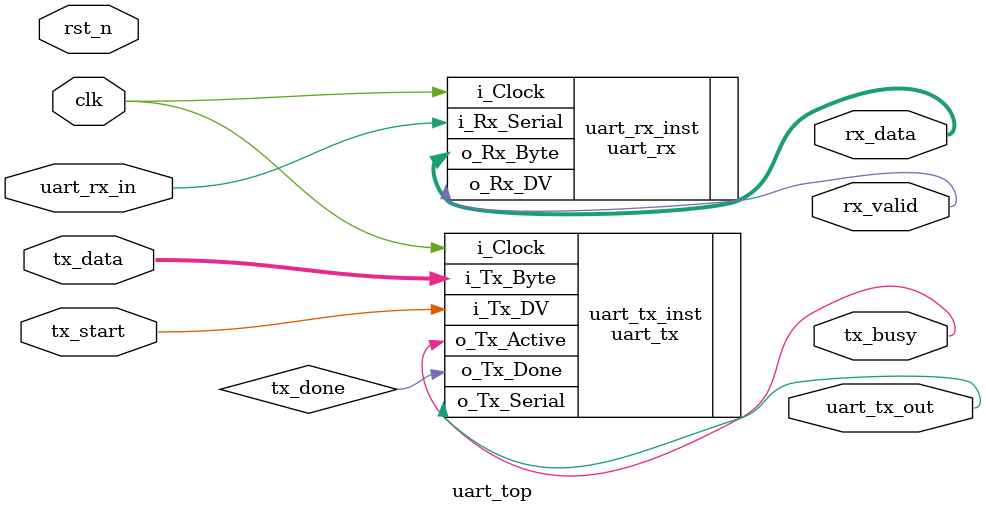
<source format=v>
module uart_top#(
  parameter CLK_HZ = 50_000_000,
  parameter BIT_RATE = 9600,
  parameter PAYLOAD_BITS = 8,
  parameter STOP_BITS = 1
)(
  input  wire clk,
  input  wire rst_n,
  input  wire uart_rx_in,
  input  wire tx_start,
  input  wire [PAYLOAD_BITS-1:0] tx_data,
  output wire uart_tx_out,
  output wire tx_busy,
  output wire [PAYLOAD_BITS-1:0] rx_data,
  output wire rx_valid
);
  localparam CLKS_PER_BIT = CLK_HZ / BIT_RATE;
  wire tx_done;

  uart_tx#(
    .CLKS_PER_BIT(CLKS_PER_BIT)
  )uart_tx_inst(
    .i_Clock(clk),
    .i_Tx_DV(tx_start),
    .i_Tx_Byte(tx_data),
    .o_Tx_Active(tx_busy),
    .o_Tx_Serial(uart_tx_out),
    .o_Tx_Done(tx_done)
  );

  uart_rx#(
    .CLKS_PER_BIT(CLKS_PER_BIT)
  )uart_rx_inst(
    .i_Clock(clk),
    .i_Rx_Serial(uart_rx_in),
    .o_Rx_DV(rx_valid),
    .o_Rx_Byte(rx_data)
  );
endmodule

</source>
